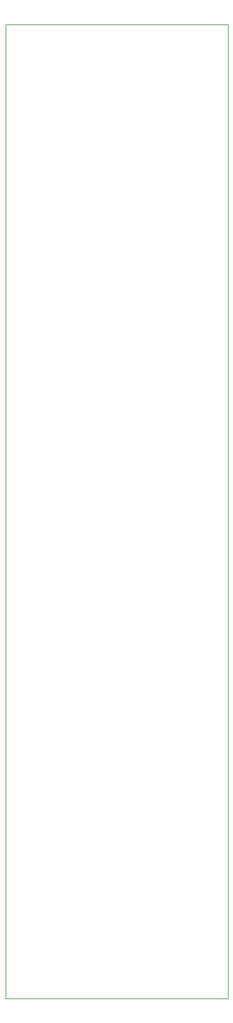
<source format=gbr>
%TF.GenerationSoftware,KiCad,Pcbnew,(5.1.6)-1*%
%TF.CreationDate,2020-09-25T12:58:00+02:00*%
%TF.ProjectId,ReadCO2,52656164-434f-4322-9e6b-696361645f70,rev?*%
%TF.SameCoordinates,Original*%
%TF.FileFunction,Profile,NP*%
%FSLAX46Y46*%
G04 Gerber Fmt 4.6, Leading zero omitted, Abs format (unit mm)*
G04 Created by KiCad (PCBNEW (5.1.6)-1) date 2020-09-25 12:58:00*
%MOMM*%
%LPD*%
G01*
G04 APERTURE LIST*
%TA.AperFunction,Profile*%
%ADD10C,0.050000*%
%TD*%
G04 APERTURE END LIST*
D10*
X69200000Y-162600000D02*
X69200000Y-151700000D01*
X99200000Y-162600000D02*
X69200000Y-162600000D01*
X99200000Y-151700000D02*
X99200000Y-162600000D01*
X99200000Y-31300000D02*
X99200000Y-44700000D01*
X69200000Y-31300000D02*
X99200000Y-31300000D01*
X69200000Y-44700000D02*
X69200000Y-31300000D01*
X69200000Y-44700000D02*
X69200000Y-151700000D01*
X99200000Y-151700000D02*
X99200000Y-44700000D01*
M02*

</source>
